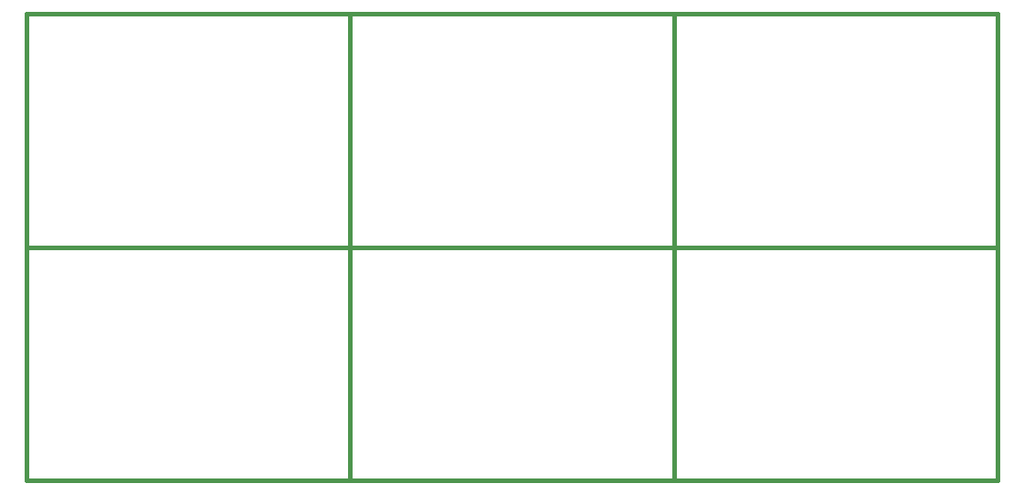
<source format=gbo>
G75*
%MOIN*%
%OFA0B0*%
%FSLAX24Y24*%
%IPPOS*%
%LPD*%
%AMOC8*
5,1,8,0,0,1.08239X$1,22.5*
%
%ADD10C,0.0160*%
D10*
X000440Y003432D02*
X012251Y003432D01*
X024062Y003432D01*
X035873Y003432D01*
X035873Y011936D01*
X024062Y011936D01*
X024062Y020440D01*
X035873Y020440D01*
X035873Y011936D01*
X024062Y011936D01*
X024062Y003432D01*
X024062Y011936D01*
X012251Y011936D01*
X012251Y020440D01*
X024062Y020440D01*
X024062Y011936D01*
X012251Y011936D01*
X012251Y003432D01*
X012251Y011936D01*
X000440Y011936D01*
X000440Y020440D01*
X012251Y020440D01*
X012251Y011936D01*
X000440Y011936D01*
X000440Y003432D01*
M02*

</source>
